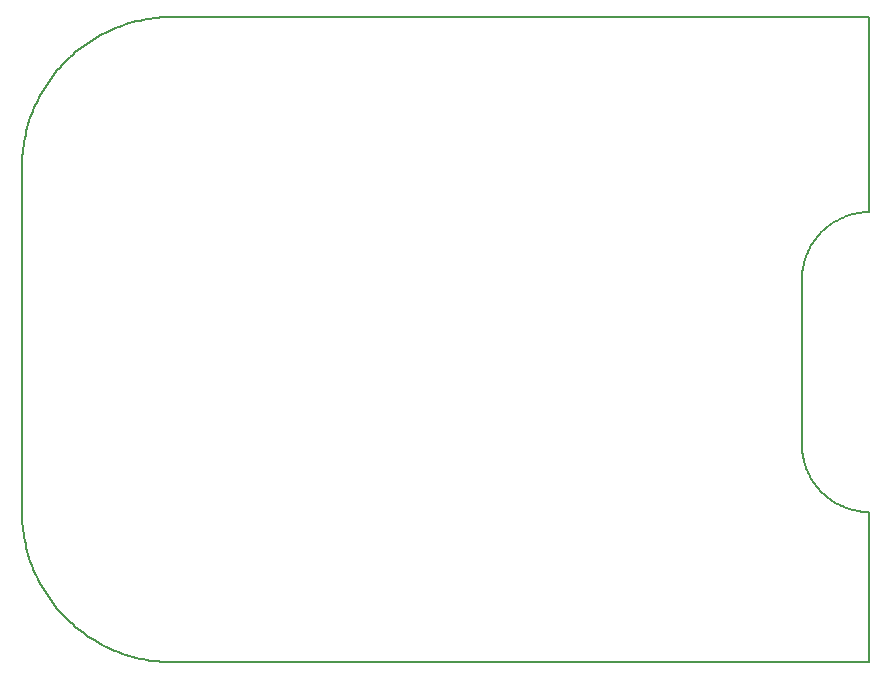
<source format=gko>
G75*
%MOIN*%
%OFA0B0*%
%FSLAX25Y25*%
%IPPOS*%
%LPD*%
%AMOC8*
5,1,8,0,0,1.08239X$1,22.5*
%
%ADD10C,0.00500*%
D10*
X0052000Y0005000D02*
X0284500Y0005000D01*
X0284500Y0055000D01*
X0283956Y0055007D01*
X0283413Y0055026D01*
X0282870Y0055059D01*
X0282328Y0055105D01*
X0281788Y0055164D01*
X0281249Y0055236D01*
X0280712Y0055321D01*
X0280177Y0055419D01*
X0279645Y0055530D01*
X0279115Y0055654D01*
X0278589Y0055790D01*
X0278066Y0055939D01*
X0277547Y0056101D01*
X0277032Y0056275D01*
X0276521Y0056462D01*
X0276015Y0056661D01*
X0275514Y0056872D01*
X0275018Y0057095D01*
X0274528Y0057330D01*
X0274044Y0057577D01*
X0273565Y0057836D01*
X0273093Y0058106D01*
X0272628Y0058387D01*
X0272170Y0058679D01*
X0271719Y0058983D01*
X0271275Y0059297D01*
X0270839Y0059622D01*
X0270411Y0059957D01*
X0269991Y0060303D01*
X0269580Y0060659D01*
X0269177Y0061024D01*
X0268783Y0061399D01*
X0268399Y0061783D01*
X0268024Y0062177D01*
X0267659Y0062580D01*
X0267303Y0062991D01*
X0266957Y0063411D01*
X0266622Y0063839D01*
X0266297Y0064275D01*
X0265983Y0064719D01*
X0265679Y0065170D01*
X0265387Y0065628D01*
X0265106Y0066093D01*
X0264836Y0066565D01*
X0264577Y0067044D01*
X0264330Y0067528D01*
X0264095Y0068018D01*
X0263872Y0068514D01*
X0263661Y0069015D01*
X0263462Y0069521D01*
X0263275Y0070032D01*
X0263101Y0070547D01*
X0262939Y0071066D01*
X0262790Y0071589D01*
X0262654Y0072115D01*
X0262530Y0072645D01*
X0262419Y0073177D01*
X0262321Y0073712D01*
X0262236Y0074249D01*
X0262164Y0074788D01*
X0262105Y0075328D01*
X0262059Y0075870D01*
X0262026Y0076413D01*
X0262007Y0076956D01*
X0262000Y0077500D01*
X0262000Y0132500D01*
X0262007Y0133044D01*
X0262026Y0133587D01*
X0262059Y0134130D01*
X0262105Y0134672D01*
X0262164Y0135212D01*
X0262236Y0135751D01*
X0262321Y0136288D01*
X0262419Y0136823D01*
X0262530Y0137355D01*
X0262654Y0137885D01*
X0262790Y0138411D01*
X0262939Y0138934D01*
X0263101Y0139453D01*
X0263275Y0139968D01*
X0263462Y0140479D01*
X0263661Y0140985D01*
X0263872Y0141486D01*
X0264095Y0141982D01*
X0264330Y0142472D01*
X0264577Y0142956D01*
X0264836Y0143435D01*
X0265106Y0143907D01*
X0265387Y0144372D01*
X0265679Y0144830D01*
X0265983Y0145281D01*
X0266297Y0145725D01*
X0266622Y0146161D01*
X0266957Y0146589D01*
X0267303Y0147009D01*
X0267659Y0147420D01*
X0268024Y0147823D01*
X0268399Y0148217D01*
X0268783Y0148601D01*
X0269177Y0148976D01*
X0269580Y0149341D01*
X0269991Y0149697D01*
X0270411Y0150043D01*
X0270839Y0150378D01*
X0271275Y0150703D01*
X0271719Y0151017D01*
X0272170Y0151321D01*
X0272628Y0151613D01*
X0273093Y0151894D01*
X0273565Y0152164D01*
X0274044Y0152423D01*
X0274528Y0152670D01*
X0275018Y0152905D01*
X0275514Y0153128D01*
X0276015Y0153339D01*
X0276521Y0153538D01*
X0277032Y0153725D01*
X0277547Y0153899D01*
X0278066Y0154061D01*
X0278589Y0154210D01*
X0279115Y0154346D01*
X0279645Y0154470D01*
X0280177Y0154581D01*
X0280712Y0154679D01*
X0281249Y0154764D01*
X0281788Y0154836D01*
X0282328Y0154895D01*
X0282870Y0154941D01*
X0283413Y0154974D01*
X0283956Y0154993D01*
X0284500Y0155000D01*
X0284500Y0220000D01*
X0052000Y0220000D01*
X0050792Y0219985D01*
X0049584Y0219942D01*
X0048378Y0219869D01*
X0047174Y0219767D01*
X0045973Y0219635D01*
X0044776Y0219475D01*
X0043582Y0219286D01*
X0042394Y0219069D01*
X0041211Y0218822D01*
X0040034Y0218547D01*
X0038865Y0218244D01*
X0037703Y0217912D01*
X0036549Y0217553D01*
X0035405Y0217166D01*
X0034270Y0216751D01*
X0033145Y0216309D01*
X0032032Y0215840D01*
X0030930Y0215344D01*
X0029840Y0214821D01*
X0028764Y0214273D01*
X0027701Y0213698D01*
X0026652Y0213098D01*
X0025618Y0212473D01*
X0024599Y0211824D01*
X0023597Y0211149D01*
X0022611Y0210451D01*
X0021642Y0209729D01*
X0020691Y0208984D01*
X0019758Y0208216D01*
X0018844Y0207426D01*
X0017949Y0206613D01*
X0017074Y0205780D01*
X0016220Y0204926D01*
X0015387Y0204051D01*
X0014574Y0203156D01*
X0013784Y0202242D01*
X0013016Y0201309D01*
X0012271Y0200358D01*
X0011549Y0199389D01*
X0010851Y0198403D01*
X0010176Y0197401D01*
X0009527Y0196382D01*
X0008902Y0195348D01*
X0008302Y0194299D01*
X0007727Y0193236D01*
X0007179Y0192160D01*
X0006656Y0191070D01*
X0006160Y0189968D01*
X0005691Y0188855D01*
X0005249Y0187730D01*
X0004834Y0186595D01*
X0004447Y0185451D01*
X0004088Y0184297D01*
X0003756Y0183135D01*
X0003453Y0181966D01*
X0003178Y0180789D01*
X0002931Y0179606D01*
X0002714Y0178418D01*
X0002525Y0177224D01*
X0002365Y0176027D01*
X0002233Y0174826D01*
X0002131Y0173622D01*
X0002058Y0172416D01*
X0002015Y0171208D01*
X0002000Y0170000D01*
X0002000Y0055000D01*
X0002015Y0053792D01*
X0002058Y0052584D01*
X0002131Y0051378D01*
X0002233Y0050174D01*
X0002365Y0048973D01*
X0002525Y0047776D01*
X0002714Y0046582D01*
X0002931Y0045394D01*
X0003178Y0044211D01*
X0003453Y0043034D01*
X0003756Y0041865D01*
X0004088Y0040703D01*
X0004447Y0039549D01*
X0004834Y0038405D01*
X0005249Y0037270D01*
X0005691Y0036145D01*
X0006160Y0035032D01*
X0006656Y0033930D01*
X0007179Y0032840D01*
X0007727Y0031764D01*
X0008302Y0030701D01*
X0008902Y0029652D01*
X0009527Y0028618D01*
X0010176Y0027599D01*
X0010851Y0026597D01*
X0011549Y0025611D01*
X0012271Y0024642D01*
X0013016Y0023691D01*
X0013784Y0022758D01*
X0014574Y0021844D01*
X0015387Y0020949D01*
X0016220Y0020074D01*
X0017074Y0019220D01*
X0017949Y0018387D01*
X0018844Y0017574D01*
X0019758Y0016784D01*
X0020691Y0016016D01*
X0021642Y0015271D01*
X0022611Y0014549D01*
X0023597Y0013851D01*
X0024599Y0013176D01*
X0025618Y0012527D01*
X0026652Y0011902D01*
X0027701Y0011302D01*
X0028764Y0010727D01*
X0029840Y0010179D01*
X0030930Y0009656D01*
X0032032Y0009160D01*
X0033145Y0008691D01*
X0034270Y0008249D01*
X0035405Y0007834D01*
X0036549Y0007447D01*
X0037703Y0007088D01*
X0038865Y0006756D01*
X0040034Y0006453D01*
X0041211Y0006178D01*
X0042394Y0005931D01*
X0043582Y0005714D01*
X0044776Y0005525D01*
X0045973Y0005365D01*
X0047174Y0005233D01*
X0048378Y0005131D01*
X0049584Y0005058D01*
X0050792Y0005015D01*
X0052000Y0005000D01*
M02*

</source>
